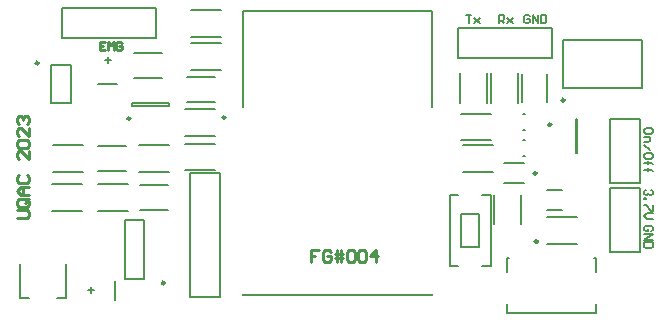
<source format=gto>
G04*
G04 #@! TF.GenerationSoftware,Altium Limited,Altium Designer,19.1.6 (110)*
G04*
G04 Layer_Color=65535*
%FSLAX25Y25*%
%MOIN*%
G70*
G01*
G75*
%ADD10C,0.00984*%
%ADD11C,0.00787*%
%ADD12C,0.00500*%
%ADD13C,0.01000*%
%ADD14C,0.00800*%
D10*
X371138Y278957D02*
G03*
X371138Y278957I-492J0D01*
G01*
X329146Y352264D02*
G03*
X329146Y352264I-492J0D01*
G01*
X359709Y333776D02*
G03*
X359709Y333776I-492J0D01*
G01*
X391417Y334126D02*
G03*
X391417Y334126I-492J0D01*
G01*
X504500Y339894D02*
G03*
X504500Y339894I-492J0D01*
G01*
X495079Y315500D02*
G03*
X495079Y315500I-492J0D01*
G01*
X499995Y331740D02*
G03*
X499995Y331740I-492J0D01*
G01*
X495532Y292823D02*
G03*
X495532Y292823I-492J0D01*
G01*
D11*
X357850Y299843D02*
X364150D01*
X357850Y280157D02*
X364150D01*
X357850D02*
Y299843D01*
X364150Y280157D02*
Y299843D01*
X338177Y273937D02*
Y285256D01*
X322823Y273937D02*
Y285256D01*
Y273937D02*
X325874D01*
X335126D02*
X338177D01*
X333181Y339075D02*
Y351673D01*
X340071Y339075D02*
Y351673D01*
X333181D02*
X340071D01*
X333181Y339075D02*
X340071D01*
X498740Y309846D02*
X503661D01*
X498740Y303153D02*
X503661D01*
X498566Y292071D02*
X508433D01*
X498566Y300929D02*
X508433D01*
X360398Y337910D02*
Y339090D01*
X372602Y337910D02*
Y339090D01*
X360398Y337910D02*
X372602D01*
X360398Y339090D02*
X372602D01*
X397126Y337571D02*
Y369559D01*
Y275071D02*
Y275169D01*
Y275071D02*
X460118D01*
Y337571D02*
Y369559D01*
Y275071D02*
Y275169D01*
X397126Y369559D02*
X460118D01*
X346724Y275516D02*
Y277484D01*
X345740Y276500D02*
X347709D01*
X354500Y273449D02*
Y279551D01*
X351142Y353150D02*
X353110D01*
X352126Y352165D02*
Y354134D01*
X349075Y345374D02*
X355177D01*
X530189Y343929D02*
Y360071D01*
X503811Y343929D02*
Y360071D01*
X530189D01*
X503811Y343929D02*
X530189D01*
X360752Y355732D02*
X370248D01*
X360752Y347268D02*
X370248D01*
X481071Y298567D02*
Y308434D01*
X489929Y298567D02*
Y308434D01*
X349066Y303071D02*
X358933D01*
X349066Y311929D02*
X358933D01*
X348752Y324732D02*
X358248D01*
X348752Y316268D02*
X358248D01*
X362752Y311732D02*
X372248D01*
X362752Y303268D02*
X372248D01*
X362566Y316071D02*
X372433D01*
X362566Y324929D02*
X372433D01*
X368248Y360500D02*
Y370500D01*
X336752Y360500D02*
X368248D01*
X336752D02*
Y370500D01*
X368248D01*
X334067Y316071D02*
X343934D01*
X334067Y324929D02*
X343934D01*
X333566Y303071D02*
X343433D01*
X333566Y311929D02*
X343433D01*
X380066Y361071D02*
X389933D01*
X380066Y369929D02*
X389933D01*
X380066Y350071D02*
X389933D01*
X380066Y358929D02*
X389933D01*
X478429Y339067D02*
Y348934D01*
X469571Y339067D02*
Y348934D01*
X488929Y339067D02*
Y348934D01*
X480071Y339067D02*
Y348934D01*
X378487Y347732D02*
X387984D01*
X378487Y339268D02*
X387984D01*
X378013Y328071D02*
X387880D01*
X378013Y336929D02*
X387880D01*
X378066Y316571D02*
X387933D01*
X378066Y325429D02*
X387933D01*
X470567Y324929D02*
X480434D01*
X470567Y316071D02*
X480434D01*
X470066Y326571D02*
X479934D01*
X470066Y335429D02*
X479934D01*
X490268Y339252D02*
Y348748D01*
X498732Y339252D02*
Y348748D01*
X519500Y312252D02*
Y333748D01*
Y312252D02*
X529500D01*
Y333748D01*
X519500D02*
X529500D01*
X490606Y326658D02*
X491394D01*
X490606Y321342D02*
X491394D01*
X490606Y335193D02*
X491394D01*
X490606Y329878D02*
X491394D01*
X484154Y318847D02*
X490846D01*
X484154Y312154D02*
X490846D01*
X508708Y322291D02*
Y333709D01*
X508292Y322291D02*
X508708D01*
X508292D02*
Y333709D01*
X508708D01*
X519500Y289252D02*
Y310748D01*
Y289252D02*
X529500D01*
Y310748D01*
X519500D02*
X529500D01*
X485413Y268906D02*
Y272102D01*
X485412Y282638D02*
Y287391D01*
X485929D01*
X514390Y287409D02*
X514903D01*
Y282638D02*
Y287409D01*
Y268905D02*
Y272102D01*
X485413Y268906D02*
X514902D01*
X379500Y315748D02*
X389500D01*
Y274252D02*
Y315748D01*
X379500Y274252D02*
X389500D01*
X379500D02*
Y315748D01*
X500248Y354000D02*
Y364000D01*
X468752Y354000D02*
X500248D01*
X468752D02*
Y364000D01*
X500248D01*
D12*
X466110Y308311D02*
X466110Y308311D01*
X469063D01*
X476937D02*
X476937Y308311D01*
X479890D01*
X479890Y284689D02*
X479890Y284689D01*
X476937Y284689D02*
X479890D01*
X469063Y284689D02*
X469063Y284689D01*
X466110Y284689D02*
X469063D01*
X470047Y290988D02*
Y302012D01*
X475953D01*
Y290988D02*
Y302012D01*
X470047Y290988D02*
X475953D01*
X466110Y284689D02*
Y308311D01*
X479890Y284689D02*
Y308311D01*
D13*
X322064Y300500D02*
X325344D01*
X326000Y301156D01*
Y302468D01*
X325344Y303124D01*
X322064D01*
X325344Y307060D02*
X322720D01*
X322064Y306404D01*
Y305092D01*
X322720Y304436D01*
X325344D01*
X326000Y305092D01*
Y306404D01*
X324688Y305748D02*
X326000Y307060D01*
Y306404D02*
X325344Y307060D01*
X326000Y308371D02*
X323376D01*
X322064Y309683D01*
X323376Y310995D01*
X326000D01*
X324032D01*
Y308371D01*
X322720Y314931D02*
X322064Y314275D01*
Y312963D01*
X322720Y312307D01*
X325344D01*
X326000Y312963D01*
Y314275D01*
X325344Y314931D01*
X326000Y322802D02*
Y320179D01*
X323376Y322802D01*
X322720D01*
X322064Y322147D01*
Y320835D01*
X322720Y320179D01*
Y324114D02*
X322064Y324770D01*
Y326082D01*
X322720Y326738D01*
X325344D01*
X326000Y326082D01*
Y324770D01*
X325344Y324114D01*
X322720D01*
X326000Y330674D02*
Y328050D01*
X323376Y330674D01*
X322720D01*
X322064Y330018D01*
Y328706D01*
X322720Y328050D01*
Y331986D02*
X322064Y332642D01*
Y333954D01*
X322720Y334610D01*
X323376D01*
X324032Y333954D01*
Y333298D01*
Y333954D01*
X324688Y334610D01*
X325344D01*
X326000Y333954D01*
Y332642D01*
X325344Y331986D01*
X351337Y359255D02*
X349500D01*
Y356500D01*
X351337D01*
X349500Y357877D02*
X350418D01*
X352255Y356500D02*
Y359255D01*
X353173Y358337D01*
X354092Y359255D01*
Y356500D01*
X356847Y358796D02*
X356388Y359255D01*
X355469D01*
X355010Y358796D01*
Y356959D01*
X355469Y356500D01*
X356388D01*
X356847Y356959D01*
Y357877D01*
X355928D01*
X422624Y289936D02*
X420000D01*
Y287968D01*
X421312D01*
X420000D01*
Y286000D01*
X426560Y289280D02*
X425904Y289936D01*
X424592D01*
X423936Y289280D01*
Y286656D01*
X424592Y286000D01*
X425904D01*
X426560Y286656D01*
Y287968D01*
X425248D01*
X428527Y286000D02*
Y289936D01*
X429839D02*
Y286000D01*
X427872Y288624D02*
X429839D01*
X430495D01*
X427872Y287312D02*
X430495D01*
X431807Y289280D02*
X432463Y289936D01*
X433775D01*
X434431Y289280D01*
Y286656D01*
X433775Y286000D01*
X432463D01*
X431807Y286656D01*
Y289280D01*
X435743D02*
X436399Y289936D01*
X437711D01*
X438367Y289280D01*
Y286656D01*
X437711Y286000D01*
X436399D01*
X435743Y286656D01*
Y289280D01*
X441647Y286000D02*
Y289936D01*
X439679Y287968D01*
X442303D01*
D14*
X533755Y329122D02*
Y330041D01*
X533296Y330500D01*
X531459D01*
X531000Y330041D01*
Y329122D01*
X531459Y328663D01*
X533296D01*
X533755Y329122D01*
X531000Y327745D02*
X532837D01*
Y326367D01*
X532377Y325908D01*
X531000D01*
Y324990D02*
X532837Y323153D01*
X533755Y320857D02*
Y321776D01*
X533296Y322235D01*
X531459D01*
X531000Y321776D01*
Y320857D01*
X531459Y320398D01*
X533296D01*
X533755Y320857D01*
X531000Y319021D02*
X533296D01*
X532377D01*
Y319480D01*
Y318562D01*
Y319021D01*
X533296D01*
X533755Y318562D01*
X531000Y316725D02*
X533296D01*
X532377D01*
Y317184D01*
Y316266D01*
Y316725D01*
X533296D01*
X533755Y316266D01*
X533296Y310000D02*
X533755Y309541D01*
Y308623D01*
X533296Y308163D01*
X532837D01*
X532377Y308623D01*
Y309082D01*
Y308623D01*
X531918Y308163D01*
X531459D01*
X531000Y308623D01*
Y309541D01*
X531459Y310000D01*
X531000Y307245D02*
X531459D01*
Y306786D01*
X531000D01*
Y307245D01*
X533755Y304949D02*
Y303112D01*
X533296D01*
X531459Y304949D01*
X531000D01*
X533755Y302194D02*
X531918D01*
X531000Y301276D01*
X531918Y300357D01*
X533755D01*
X533296Y296163D02*
X533755Y296622D01*
Y297541D01*
X533296Y298000D01*
X531459D01*
X531000Y297541D01*
Y296622D01*
X531459Y296163D01*
X532377D01*
Y297082D01*
X531000Y295245D02*
X533755D01*
X531000Y293408D01*
X533755D01*
Y292490D02*
X531000D01*
Y291112D01*
X531459Y290653D01*
X533296D01*
X533755Y291112D01*
Y292490D01*
X492837Y367796D02*
X492378Y368255D01*
X491459D01*
X491000Y367796D01*
Y365959D01*
X491459Y365500D01*
X492378D01*
X492837Y365959D01*
Y366878D01*
X491918D01*
X493755Y365500D02*
Y368255D01*
X495592Y365500D01*
Y368255D01*
X496510D02*
Y365500D01*
X497888D01*
X498347Y365959D01*
Y367796D01*
X497888Y368255D01*
X496510D01*
X482500Y365500D02*
Y368255D01*
X483878D01*
X484337Y367796D01*
Y366878D01*
X483878Y366418D01*
X482500D01*
X483418D02*
X484337Y365500D01*
X485255Y367337D02*
X487092Y365500D01*
X486173Y366418D01*
X487092Y367337D01*
X485255Y365500D01*
X471500Y368255D02*
X473337D01*
X472418D01*
Y365500D01*
X474255Y367337D02*
X476092Y365500D01*
X475173Y366418D01*
X476092Y367337D01*
X474255Y365500D01*
M02*

</source>
